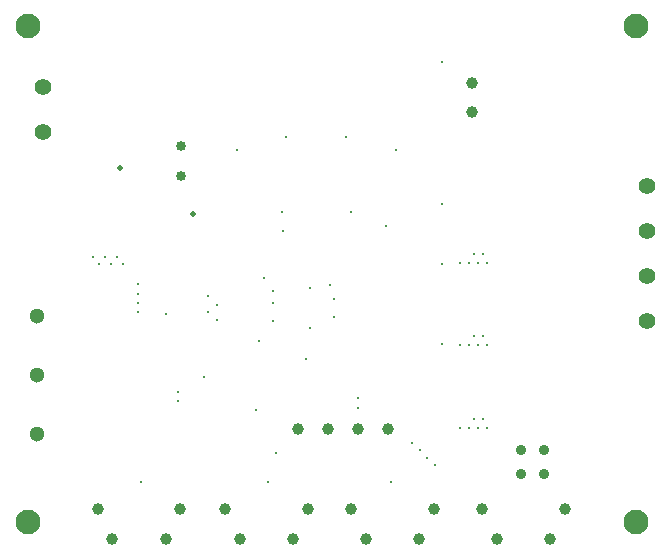
<source format=gbr>
%TF.GenerationSoftware,Altium Limited,Altium Designer,24.6.1 (21)*%
G04 Layer_Color=0*
%FSLAX45Y45*%
%MOMM*%
%TF.SameCoordinates,C5CCA8AA-8E71-476F-B662-92032E94D40D*%
%TF.FilePolarity,Positive*%
%TF.FileFunction,Plated,1,2,PTH,Drill*%
%TF.Part,Single*%
G01*
G75*
%TA.AperFunction,ComponentDrill*%
%ADD81C,1.00000*%
%ADD82C,0.85000*%
%TA.AperFunction,OtherDrill,Pad Free-EARTH (42.164mm,94.234mm)*%
%ADD83C,2.10000*%
%TA.AperFunction,ComponentDrill*%
%ADD84C,0.89000*%
%TA.AperFunction,OtherDrill,Pad Free-EARTH (93.599mm,94.234mm)*%
%ADD85C,2.10000*%
%TA.AperFunction,OtherDrill,Pad Free-EARTH (93.599mm,136.271mm)*%
%ADD86C,2.10000*%
%TA.AperFunction,OtherDrill,Pad Free-EARTH (42.164mm,136.271mm)*%
%ADD87C,2.10000*%
%TA.AperFunction,ComponentDrill*%
%ADD88C,1.00000*%
%ADD89C,1.40000*%
%ADD90C,1.30000*%
%TA.AperFunction,ViaDrill,NotFilled*%
%ADD91C,0.30000*%
%ADD92C,0.50000*%
D81*
X4927600Y9283700D02*
D03*
X5377600D02*
D03*
X4802600Y9533700D02*
D03*
X5502600D02*
D03*
X6502400Y10210800D02*
D03*
X6756400D02*
D03*
X7010400D02*
D03*
X7264400D02*
D03*
X7649500Y9534300D02*
D03*
X6949500D02*
D03*
X7524500Y9284300D02*
D03*
X7074500D02*
D03*
X6582100Y9533700D02*
D03*
X5882100D02*
D03*
X6457100Y9283700D02*
D03*
X6007100D02*
D03*
X8760171Y9533700D02*
D03*
X8060171D02*
D03*
X8635171Y9283700D02*
D03*
X8185171D02*
D03*
D82*
X5511800Y12611100D02*
D03*
Y12357100D02*
D03*
D83*
X4216400Y9423400D02*
D03*
D84*
X8383600Y9831400D02*
D03*
Y10031400D02*
D03*
X8583600Y9831400D02*
D03*
Y10031400D02*
D03*
D85*
X9359900Y9423400D02*
D03*
D86*
Y13627100D02*
D03*
D87*
X4216400D02*
D03*
D88*
X7975600Y13144501D02*
D03*
Y12894501D02*
D03*
D89*
X4343400Y12725400D02*
D03*
Y13106400D02*
D03*
X9451702Y11125206D02*
D03*
Y11506206D02*
D03*
Y11887206D02*
D03*
Y12268206D02*
D03*
D90*
X4292600Y10168000D02*
D03*
Y11168000D02*
D03*
Y10668000D02*
D03*
D91*
X6286500Y11379200D02*
D03*
X5740400Y11341100D02*
D03*
X5816600Y11137900D02*
D03*
Y11264900D02*
D03*
X6172200Y10960100D02*
D03*
X7467600Y10096500D02*
D03*
X7658100Y9906000D02*
D03*
X7594600Y9969500D02*
D03*
X7531100Y10033000D02*
D03*
X5016500Y11607800D02*
D03*
X4965700Y11671300D02*
D03*
X4914900Y11607800D02*
D03*
X4864100Y11671300D02*
D03*
X4813300Y11607800D02*
D03*
X4762500Y11671300D02*
D03*
X7327900Y12573000D02*
D03*
X6908800Y12687300D02*
D03*
X6400800D02*
D03*
X5981700Y12573000D02*
D03*
X7721600Y13322301D02*
D03*
X7289800Y9766300D02*
D03*
X6248400D02*
D03*
X5486400Y10528300D02*
D03*
Y10452100D02*
D03*
X8064500Y10299223D02*
D03*
X7988300D02*
D03*
X8064500Y10998200D02*
D03*
X7988300D02*
D03*
Y11696700D02*
D03*
X8064500D02*
D03*
X7874000Y10223023D02*
D03*
X7950200D02*
D03*
X8026400D02*
D03*
X8102600D02*
D03*
X7874000Y10922000D02*
D03*
X7950200D02*
D03*
X8026400D02*
D03*
X8102600D02*
D03*
Y11620500D02*
D03*
X8026400D02*
D03*
X7950200D02*
D03*
X7874000D02*
D03*
X6362700Y12052300D02*
D03*
X6946900D02*
D03*
X6807200Y11163300D02*
D03*
X6769100Y11430000D02*
D03*
X6807200Y11315700D02*
D03*
X6146800Y10375900D02*
D03*
X5143500Y11201400D02*
D03*
Y11353800D02*
D03*
Y11442700D02*
D03*
Y11277600D02*
D03*
X5740400Y11201400D02*
D03*
X6286500Y11277600D02*
D03*
Y11125200D02*
D03*
X5702300Y10655300D02*
D03*
X7721600Y12115800D02*
D03*
X7721091Y11606909D02*
D03*
X7721791Y10934509D02*
D03*
X7005814Y10474388D02*
D03*
X5377770Y11186338D02*
D03*
X6210300Y11493500D02*
D03*
X6565900Y10807700D02*
D03*
X6311900Y10007600D02*
D03*
X5168900Y9766300D02*
D03*
X7010400Y10388600D02*
D03*
X7244506Y11934054D02*
D03*
X6375400Y11887200D02*
D03*
X6599074Y11409148D02*
D03*
X6597550Y11070290D02*
D03*
D92*
X4988463Y12426014D02*
D03*
X5608926Y12031278D02*
D03*
%TF.MD5,8c801ed3850d7bf9a6d8ca6a2e163b25*%
M02*

</source>
